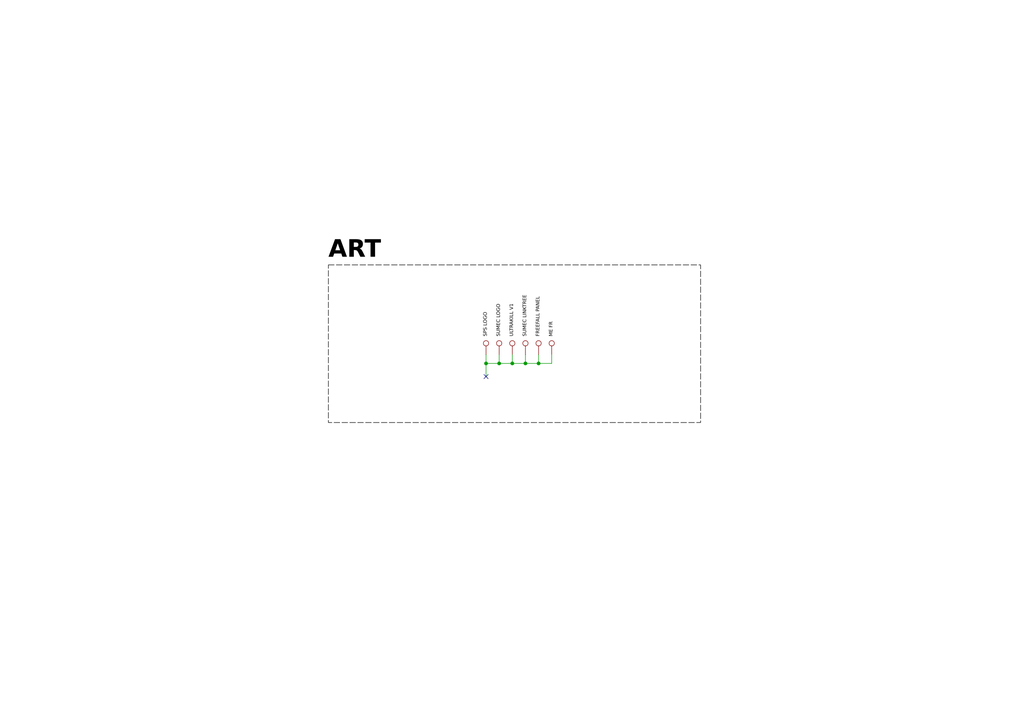
<source format=kicad_sch>
(kicad_sch (version 20250114) (generator "eeschema") (generator_version "9.0")
  (paper "A4")
  (title_block (title "SUMEC_MK_IV") (date "2024-08-05") (rev "v3.0.9") (company "SPS NA PROSEKU") (comment 1 "Made in Prague, Czech Republic") (comment 2 "CONTACT: Savva Popov, savva.popov.sp@gmail.com, +420 605 570 366") (comment 3 "Made by bismarx-v1") (comment 4 "SUMEC MK IV aka SMD-V3 board"))
  (lib_symbols
    (symbol "Connector:TestPoint" (pin_numbers (hide yes)) (pin_names (offset 0.762) (hide yes))
      (property "Reference" "TP" (at 0 6.858 0))
      (property "Value" "TestPoint" (at 0 5.08 0))
      (symbol "TestPoint_0_1"
        (circle (center 0 3.302) (radius 0.762))
      )
      (symbol "TestPoint_1_1"
        (pin passive line (at 0 0 90) (length 2.54) (name "1") (number "1"))
      )
    )
  )
  (rectangle (start 95.25 76.835) (end 203.2 122.555) (stroke (width 0) (type dash) (color 0 0 0 1)))
  (text "ULTRAKILL V1" (at 149.225 97.79 90) (effects (font (size 1 1) (italic yes)) (justify left bottom)))
  (text "SPS LOGO" (at 141.605 97.79 90) (effects (font (size 1 1) (italic yes)) (justify left bottom)))
  (text "ART" (at 95.25 76.835 0) (effects (font (size 5 5) (bold yes)) (justify left bottom)))
  (text "SUMEC LOGO" (at 145.415 97.79 90) (effects (font (size 1 1) (italic yes)) (justify left bottom)))
  (text "FREEFALL PANEL" (at 156.845 97.79 90) (effects (font (size 1 1) (italic yes)) (justify left bottom)))
  (text "SUMEC LINKTREE" (at 153.035 97.79 90) (effects (font (size 1 1) (italic yes)) (justify left bottom)))
  (text "ME FR" (at 160.655 97.79 90) (effects (font (size 1 1) (italic yes)) (justify left bottom)))
  (junction (at 144.78 105.41))
  (junction (at 152.4 105.41))
  (junction (at 156.21 105.41))
  (junction (at 148.59 105.41))
  (junction (at 140.97 105.41))
  (no_connect (at 140.97 109.22))
  (wire (pts (xy 140.97 105.41) (xy 140.97 109.22)))
  (wire (pts (xy 156.21 105.41) (xy 160.02 105.41)))
  (wire (pts (xy 148.59 102.87) (xy 148.59 105.41)))
  (wire (pts (xy 152.4 102.87) (xy 152.4 105.41)))
  (wire (pts (xy 140.97 105.41) (xy 144.78 105.41)))
  (wire (pts (xy 148.59 105.41) (xy 152.4 105.41)))
  (wire (pts (xy 144.78 105.41) (xy 148.59 105.41)))
  (wire (pts (xy 160.02 102.87) (xy 160.02 105.41)))
  (wire (pts (xy 156.21 105.41) (xy 156.21 102.87)))
  (wire (pts (xy 140.97 102.87) (xy 140.97 105.41)))
  (wire (pts (xy 152.4 105.41) (xy 156.21 105.41)))
  (wire (pts (xy 144.78 105.41) (xy 144.78 102.87)))
  (symbol (lib_id "Connector:TestPoint") (at 152.4 102.87 0) (unit 1)
    (property "Reference" "TP9" (effects (hide yes)))
    (property "Value" "TestPoint" (effects (hide yes)))
    (property "Footprint" "sumec_graphic:SUMEC_QR_IMG" (effects (hide yes)))
    (property "Description" "test point" (effects (hide yes)))
  )
  (symbol (lib_id "Connector:TestPoint") (at 156.21 102.87 0) (unit 1)
    (property "Reference" "TP10" (effects (hide yes)))
    (property "Value" "TestPoint" (effects (hide yes)))
    (property "Footprint" "sumec_graphic:FREEFALL2_IMG" (effects (hide yes)))
    (property "Description" "test point" (effects (hide yes)))
  )
  (symbol (lib_id "Connector:TestPoint") (at 160.02 102.87 0) (unit 1)
    (property "Reference" "TP11" (effects (hide yes)))
    (property "Value" "TestPoint" (effects (hide yes)))
    (property "Footprint" "sumec_graphic:ME_FR_IMG" (effects (hide yes)))
    (property "Description" "test point" (effects (hide yes)))
  )
  (symbol (lib_id "Connector:TestPoint") (at 144.78 102.87 0) (unit 1)
    (property "Reference" "TP7" (effects (hide yes)))
    (property "Value" "TestPoint" (effects (hide yes)))
    (property "Footprint" "sumec_graphic:SUMEC_LOGO_IMG" (effects (hide yes)))
    (property "Description" "test point" (effects (hide yes)))
  )
  (symbol (lib_id "Connector:TestPoint") (at 140.97 102.87 0) (unit 1)
    (property "Reference" "TP6" (effects (hide yes)))
    (property "Value" "TestPoint" (effects (hide yes)))
    (property "Footprint" "sumec_graphic:SPS_LOGO_IMG" (effects (hide yes)))
    (property "Description" "test point" (effects (hide yes)))
  )
  (symbol (lib_id "Connector:TestPoint") (at 148.59 102.87 0) (unit 1)
    (property "Reference" "TP8" (effects (hide yes)))
    (property "Value" "TestPoint" (effects (hide yes)))
    (property "Footprint" "sumec_graphic:ULTRAKILL_IMG" (effects (hide yes)))
    (property "Description" "test point" (effects (hide yes)))
  )
)
</source>
